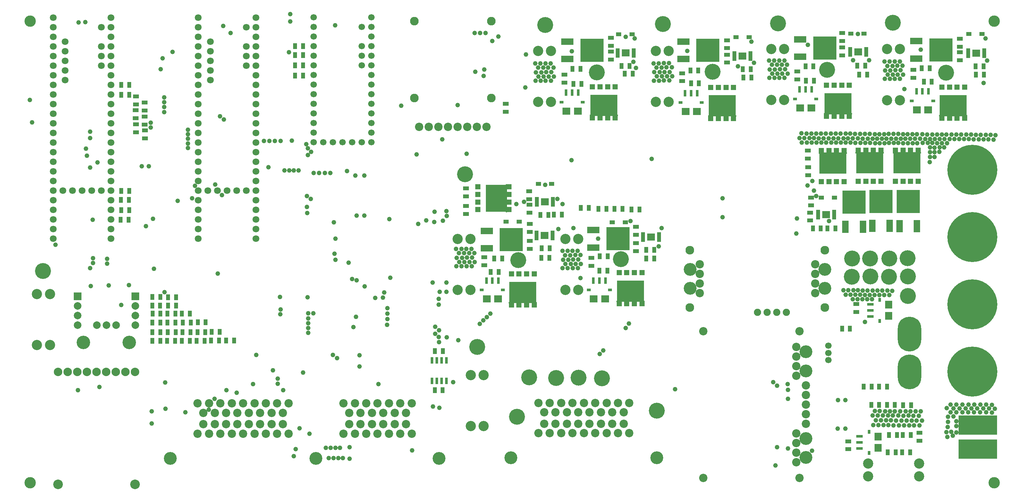
<source format=gbr>
%TF.GenerationSoftware,Novarm,DipTrace,3.3.1.1*%
%TF.CreationDate,2019-12-04T09:18:12-05:00*%
%FSLAX35Y35*%
%MOMM*%
%TF.FileFunction,Soldermask,Top*%
%TF.Part,Single*%
%ADD22C,2.0*%
%ADD23C,3.0*%
%ADD44C,1.7*%
%ADD73C,3.4*%
%ADD74C,2.2*%
%ADD75C,2.3*%
%ADD76C,2.54*%
%ADD77C,3.556*%
%ADD78C,2.29*%
%ADD85C,2.24*%
%ADD88C,1.216*%
%ADD90R,3.2X1.8*%
%ADD92R,1.35X1.0*%
%ADD94R,2.08X1.88*%
%ADD96R,1.089X0.505*%
%ADD98R,2.0X1.9*%
%ADD100R,1.1X0.8*%
%ADD102R,0.7X1.8*%
%ADD104R,6.2X6.2*%
%ADD106R,1.8X3.2*%
%ADD108R,0.38X0.325*%
%ADD110R,5.7X7.2*%
%ADD112R,1.35X1.45*%
%ADD114R,1.48X1.45*%
%ADD116R,0.325X0.38*%
%ADD118R,7.2X5.7*%
%ADD120R,1.45X1.35*%
%ADD122R,1.45X1.48*%
%ADD124C,1.7*%
%ADD126R,0.75X1.7*%
%ADD129R,2.0X2.0*%
%ADD132C,1.9*%
%ADD134C,2.2*%
%ADD136C,3.4*%
%ADD139R,1.0X1.5*%
%ADD142C,0.8*%
%ADD144O,6.2X9.2*%
%ADD146R,1.9X2.0*%
%ADD148R,0.8X1.1*%
%ADD150R,1.8X0.7*%
%ADD152R,1.5X1.0*%
%ADD154C,2.7*%
%ADD156C,1.8*%
%ADD158C,4.2*%
%ADD160R,10.2X5.2*%
%ADD162C,13.2*%
G75*
G01*
%LPD*%
D88*
X25153703Y9879893D3*
X25157403Y10013430D3*
Y10138030D3*
X12397770Y8455843D3*
X11861013Y8340753D3*
X14444573Y8826773D3*
X14241523Y8769240D3*
X15320213Y8906047D3*
X15453697Y8767477D3*
X23255483Y13265937D3*
X23551410Y12568837D3*
X17328210Y12527537D3*
X17365077Y13145380D3*
X20441507Y13063637D3*
X20510880Y12500177D3*
X15741723Y8134233D3*
X16395203Y7852457D3*
X17252770Y8318577D3*
X17995423Y7654100D3*
X21932500Y12977917D3*
X23123973Y12574343D3*
X15706117Y12808020D3*
X17397803Y12365150D3*
X18754100Y12816880D3*
X20085040Y12412200D3*
X24913537Y12846623D3*
X26574217Y11968323D3*
X26667143Y12558853D3*
X26622180Y13149383D3*
X22875970Y6490407D3*
X23004050Y6487680D3*
X23132130D3*
X23255633Y6489533D3*
X23383713Y6486810D3*
X23511793D3*
X23640743Y6485940D3*
X23768823Y6483217D3*
X23896903D3*
X22931347Y6372353D3*
X23059427Y6369630D3*
X23187507D3*
X23311007Y6371483D3*
X23439087Y6368760D3*
X23567167D3*
X23696117Y6367887D3*
X23824197Y6365163D3*
X23952277D3*
X24032177Y6484197D3*
X24082100Y6363420D3*
X24159273Y6474280D3*
X26790237Y3260463D3*
X23117523Y6254307D3*
X23245603D3*
X23369103Y6256160D3*
X23497183Y6253437D3*
X23625263D3*
X26637537Y3264453D3*
X26481933Y3264093D3*
X23663110Y2927073D3*
X23793687D3*
X23931517Y2923447D3*
X24062093D3*
X24192670Y2919820D3*
X24334127D3*
X24475583Y2916193D3*
X24605800Y2920180D3*
X24736377Y2916553D3*
X24877833D3*
X26321977Y3264453D3*
X26169277Y3268443D3*
X26013673Y3268083D3*
X23731663Y3054383D3*
X23862240D3*
X24000070Y3050757D3*
X24130647D3*
X24261223Y3047130D3*
X24402680D3*
X24544137Y3043503D3*
X24674353Y3047490D3*
X24804930Y3043863D3*
X24946387D3*
X25853357Y3265180D3*
X25697753Y3264820D3*
X26873300Y3362387D3*
X23647877Y3185320D3*
X23778453D3*
X23916283Y3181693D3*
X24046860D3*
X24177437Y3178067D3*
X24318893D3*
X24460350Y3174440D3*
X24590567Y3178427D3*
X24721143Y3174800D3*
X24862600D3*
X26720600Y3366377D3*
X26564997Y3366017D3*
X26405040Y3366377D3*
X23701923Y3298123D3*
X23832500D3*
X23970330Y3294497D3*
X24100907D3*
X24231483Y3290870D3*
X24372940D3*
X24514397Y3287243D3*
X24644613Y3291230D3*
X24775190Y3287603D3*
X24916647D3*
X26252340Y3370367D3*
X26096737Y3370007D3*
X25936420Y3367100D3*
X25780817Y3366740D3*
X26793143Y3464307D3*
X26640443Y3468297D3*
X26484840Y3467937D3*
X26324883Y3468297D3*
X26172183Y3472287D3*
X26016580Y3471927D3*
X25856263Y3469020D3*
X25700660Y3468660D3*
X25773923Y3156003D3*
X25853360Y3033043D3*
X25602727Y3377980D3*
X25629560Y3148027D3*
Y3010197D3*
X25629200Y2874467D3*
X25850093Y2898480D3*
X25856207Y2732773D3*
X25719753Y2752230D3*
X25763650Y2644223D3*
X25619763Y2611250D3*
X25592787Y2740147D3*
X25158940Y10266953D3*
X21927287Y9257230D3*
X25274647Y10010163D3*
X25276810Y10136923D3*
X25278350Y10263060D3*
X25606987Y10379417D3*
X25401120Y10146780D3*
X25410350Y10267677D3*
X25471333Y10379417D3*
X25535863Y10267963D3*
X25347650Y10379417D3*
X25219973Y10383407D3*
X25096290D3*
X24964627D3*
X22091433Y9123430D3*
X22050170Y9380117D3*
X26890013Y10593690D3*
X26758350Y10597680D3*
X24823557Y10378670D3*
X24699873D3*
X24576187D3*
X24452503D3*
X24324827Y10382660D3*
X24201143D3*
X24077460D3*
X23957763Y10378670D3*
X23830090D3*
X23710393D3*
X23578730Y10382660D3*
X23451057D3*
X23319390Y10386650D3*
X23187727D3*
X23060053Y10390640D3*
X22936367D3*
X22804703D3*
X22677030D3*
X22549353D3*
X22413700D3*
X22290017D3*
X22162340Y10394630D3*
X22038657D3*
X21906993D3*
X21775327Y10398620D3*
X24757907Y10496187D3*
X24634223D3*
X24510537D3*
X24386853D3*
X24259177Y10500177D3*
X24135493D3*
X24011810D3*
X23892113Y10496187D3*
X23764440D3*
X23644743D3*
X23513080Y10500177D3*
X23385407D3*
X23253740Y10504167D3*
X23122077D3*
X22994403Y10508157D3*
X22870717D3*
X22739053D3*
X22611380D3*
X22483703D3*
X22348050D3*
X22224367D3*
X22096690Y10512147D3*
X21973007D3*
X21841343D3*
X21709677Y10516137D3*
X24815943Y10617693D3*
X24692260D3*
X24568573D3*
X24444890D3*
X24317213Y10621683D3*
X24193530D3*
X24069847D3*
X23950150Y10617693D3*
X23822477D3*
X23702780D3*
X23571117Y10621683D3*
X23443443D3*
X23311777Y10625673D3*
X23180113D3*
X23052440Y10629663D3*
X22928753D3*
X22797090D3*
X22669417D3*
X22541740D3*
X22406087D3*
X22282403D3*
X22154727Y10633653D3*
X22031043D3*
X21899380D3*
X21767713Y10637643D3*
X22152540Y8984963D3*
X23436800Y5655567D3*
X12033290Y3418677D3*
X12203473Y3388177D3*
X8778683Y2699210D3*
X8358773Y2109703D3*
X10595603Y4010503D3*
X5502947Y3264100D3*
X8410183Y2294110D3*
X26834640Y10474657D3*
X26702977Y10478647D3*
X26575303D3*
X26443637Y10482637D3*
X26311973D3*
X26184300Y10486627D3*
X26060613D3*
X25928950D3*
X25801277D3*
X25673600D3*
X25537947D3*
X25414263D3*
X25286587Y10490617D3*
X25162903D3*
X25031240D3*
X24899573Y10494607D3*
X26630677Y10597680D3*
X26499010Y10601670D3*
X26367347D3*
X26239673Y10605660D3*
X26115987D3*
X25984323D3*
X25856650D3*
X25728973D3*
X25593320D3*
X25469637D3*
X25341960Y10609650D3*
X25218277D3*
X25086613D3*
X24954947Y10613640D3*
X8509997Y2838603D3*
X11606347Y10081770D3*
X8266237Y13788060D3*
Y13594610D3*
X6500270Y13477847D3*
X6695980Y13289567D3*
X2680247Y13568853D3*
X2854277Y13574997D3*
X4614457Y3291997D3*
X4611490Y2965897D3*
X9832910Y2347157D3*
X9833797Y2038990D3*
X2876217Y10237453D3*
X2897783Y10044950D3*
X4949497Y6444617D3*
X14739920Y12484847D3*
X14876173D3*
X15006363Y12488437D3*
X15142617D3*
X14813130Y12372000D3*
X14949383D3*
X15079573Y12375590D3*
X15215827D3*
X14757517Y12251720D3*
X14893770D3*
X15023960Y12255310D3*
X15160213D3*
X14823293Y12138873D3*
X14959547D3*
X15089737Y12142463D3*
X15225990D3*
X14745383Y12026027D3*
X14881637D3*
X15011827Y12029617D3*
X15148080D3*
X17864050Y12489607D3*
X18000303D3*
X18130493Y12493197D3*
X18266747D3*
X17937260Y12376760D3*
X18073513D3*
X18203703Y12380350D3*
X18339957D3*
X17881647Y12256480D3*
X18017900D3*
X18148090Y12260070D3*
X18284343D3*
X17947423Y12143633D3*
X18083677D3*
X18213867Y12147223D3*
X18350120D3*
X17869513Y12030787D3*
X18005767D3*
X18135957Y12034377D3*
X18272210D3*
X20910357Y12560897D3*
X21046610D3*
X21176800Y12564487D3*
X21313053D3*
X20983567Y12448050D3*
X21119820D3*
X21250010Y12451640D3*
X21386263D3*
X20927953Y12327770D3*
X21064207D3*
X21194397Y12331360D3*
X21330650D3*
X20993730Y12214923D3*
X21129983D3*
X21260173Y12218513D3*
X21396427D3*
X20915820Y12102077D3*
X21052073D3*
X21182263Y12105667D3*
X21318517D3*
X23958170Y12535147D3*
X24094423D3*
X24224613Y12538737D3*
X24360867D3*
X24031380Y12422300D3*
X24167633D3*
X24297823Y12425890D3*
X24434077D3*
X23975767Y12302020D3*
X24112020D3*
X24242210Y12305610D3*
X24378463D3*
X24041543Y12189173D3*
X24177797D3*
X24307987Y12192763D3*
X24444240D3*
X23963633Y12076327D3*
X24099887D3*
X24230077Y12079917D3*
X24366330D3*
X12649277Y7583160D3*
X12785530D3*
X12915720Y7586750D3*
X13051973D3*
X12722487Y7470313D3*
X12858740D3*
X12988930Y7473903D3*
X13125183D3*
X12666873Y7350033D3*
X12803127D3*
X12933317Y7353623D3*
X13069570D3*
X12732650Y7237187D3*
X12868903D3*
X12999093Y7240777D3*
X13135347D3*
X12654740Y7124340D3*
X12790993D3*
X12921183Y7127930D3*
X13057437D3*
X15453470Y7530997D3*
X15589723D3*
X15719913Y7534587D3*
X15856167D3*
X15526680Y7418150D3*
X15662933D3*
X15793123Y7421740D3*
X15929377D3*
X15471067Y7297870D3*
X15607320D3*
X15737510Y7301460D3*
X15873763D3*
X15536843Y7185023D3*
X15673097D3*
X15803287Y7188613D3*
X15939540D3*
X15458933Y7072177D3*
X15595187D3*
X15725377Y7075767D3*
X15861630D3*
X7283850Y4011097D3*
X7810727Y4374307D3*
X1450617Y10928957D3*
X1396690Y11520340D3*
X7369197Y4778753D3*
X6584010Y3848143D3*
X6851070Y3780013D3*
X3231067Y3933283D3*
X2665607Y3849750D3*
X6121747Y3330853D3*
X6268613Y3622750D3*
X3004130Y6603017D3*
X2982530Y7080063D3*
X4977103Y3360767D3*
X4970033Y4053453D3*
X3809960Y6103930D3*
X9285750Y2058367D3*
X9409070D3*
X9536020D3*
X9659343D3*
X9210680Y2325410D3*
X9334000D3*
X9460950D3*
X9584273D3*
X8112760Y9662220D3*
X8240897Y9661117D3*
X8363800Y9657393D3*
X8486993Y9658907D3*
X2067327Y7695830D3*
X3056540Y8357760D3*
X8610073Y4316677D3*
X9768440Y9638557D3*
X8081540Y3852520D3*
X4667903Y7060693D3*
X4455370Y8184990D3*
X9504363Y4694933D3*
X9392690Y4778867D3*
X4848420Y12329880D3*
X7939917Y4022920D3*
X7937163Y4157073D3*
X4007207Y6629093D3*
X3476627Y6622200D3*
X10098577Y4480143D3*
X10097337Y4771277D3*
X8741013Y5365220D3*
Y5495567D3*
Y5622650D3*
Y5749523D3*
X12194467Y5119917D3*
X12706920Y5167580D3*
X3060607Y7336243D3*
Y7207350D3*
X4941947Y11586193D3*
Y11463307D3*
Y11331643D3*
Y11199980D3*
X3438167Y7322483D3*
Y7196587D3*
X8007517Y5859670D3*
X8010900Y5982567D3*
X8745673Y5878497D3*
X8879810Y5878133D3*
X12192793Y5251453D3*
X12396590Y5251340D3*
X4895940Y12621837D3*
X9940393Y5519297D3*
X12092027Y5340143D3*
X12566840Y4063523D3*
X5566927Y10736687D3*
Y10611280D3*
Y10492580D3*
X5566563Y10368563D3*
Y10247020D3*
X2988883Y10684463D3*
Y10512907D3*
X4584757Y10923843D3*
Y10792187D3*
X2986440Y9736090D3*
X3182057Y9867500D3*
X4348087Y9768583D3*
X4530937Y9765583D3*
X5294930Y8853943D3*
X4643717Y8381343D3*
X5158833Y12791343D3*
X9454167Y13491027D3*
X9984610Y9523233D3*
X10221683Y9520507D3*
X11200843Y11365157D3*
X12688597Y11382713D3*
X22491807Y8323077D3*
X21643373Y8384227D3*
X21625147Y7992943D3*
X11487407Y2254863D3*
X13272653Y5600077D3*
X13364977Y5692400D3*
X13460597Y5781427D3*
X13549623Y5870453D3*
X19678910Y8426290D3*
X19685740Y8923430D3*
X21409997Y2310363D3*
X21119907Y2343030D3*
X8885343Y9591553D3*
X9030170Y9586723D3*
X9179823D3*
X9324647D3*
X8730577Y10065850D3*
X8737930Y10239350D3*
X8687680Y10351720D3*
X8822350Y10149770D3*
X7571247Y10438640D3*
X7716073Y10433810D3*
X7865727D3*
X8010550D3*
X10827307Y5581420D3*
X10832137Y5726247D3*
Y5875900D3*
Y6020723D3*
X12389197Y6447553D3*
X12212070Y6448003D3*
X7689240Y9746523D3*
X10512757Y6291627D3*
X10717847Y6294717D3*
X16441733Y4803597D3*
X21077337Y1862610D3*
X22040497Y2250843D3*
X22718997Y2837973D3*
X22922037Y2836280D3*
X22922957Y3587527D3*
X22729180Y3589790D3*
X10000520Y5786233D3*
X12197947Y5432347D3*
X16534603Y4903603D3*
X21408097Y3625563D3*
X18424463Y3875083D3*
X21399560Y4013090D3*
X21408097Y3854817D3*
X6516443Y11008573D3*
X6467037Y9002780D3*
X8000280Y6315607D3*
X8724600Y6303923D3*
X12092320Y5525253D3*
X17122720Y5491620D3*
X21119197Y3965510D3*
X9903043Y6791597D3*
X12188507Y6113463D3*
X17209747Y5607420D3*
X21016753Y4065107D3*
X12922483Y10102307D3*
X9459257Y7854883D3*
X11650950Y8245910D3*
X12066113Y8294187D3*
X12297837Y8332807D3*
X14477430Y11847357D3*
X15002750Y9277850D3*
X12394390Y6694053D3*
X12023903Y6699023D3*
X9458323Y7295930D3*
X15927557Y6815227D3*
X10910880Y6819370D3*
X9433377Y7459663D3*
X15343953Y8112373D3*
X10748600Y6428727D3*
X10234013Y6596417D3*
X10021703Y6757763D3*
X5751413Y9251480D3*
X5681647Y8922517D3*
X15697147Y9927367D3*
X10880753Y8367410D3*
X9422843Y8285343D3*
X8814577Y8908093D3*
X8713200Y8530467D3*
X8705040Y8692240D3*
X8707763Y8978367D3*
X10018280Y8466000D3*
X10223943Y8467800D3*
X12079010Y8569387D3*
X12395360Y8585330D3*
X24478560Y11807577D3*
X6414937Y11091007D3*
X6283537Y9284023D3*
X6353820Y6931330D3*
X9807300Y7216590D3*
X12188790Y6260013D3*
X18068690Y8134720D3*
X17814430Y9963730D3*
X12281603Y10477550D3*
X8312190Y10444547D3*
X8234457Y12783450D3*
X13600863Y13076840D3*
X13764370Y13194987D3*
X14488693Y12722013D3*
X17120643Y13187537D3*
X13132643Y13293117D3*
X13282320Y13294340D3*
X13425950D3*
X13375093Y12152513D3*
X13152380Y12266533D3*
X13393043Y12323483D3*
D23*
X1400000Y1400000D3*
X26850000Y13600000D3*
X1400000D3*
X26850000Y1400000D3*
D74*
X5825017Y3499237D3*
X6125017D3*
X6425017D3*
X6725017D3*
X7025017D3*
X7325017D3*
X7625017D3*
X7925017D3*
X8225017D3*
X5975017Y3249237D3*
X6275017D3*
X6575017D3*
X6875017D3*
X7175017D3*
X7475017D3*
X7775017D3*
X8075017D3*
X5975017Y2949237D3*
X6275017D3*
X6575017D3*
X6875017D3*
X7175017D3*
X7475017D3*
X7775017D3*
X8075017D3*
X5825017Y2699237D3*
X6125017D3*
X6425017D3*
X6725017D3*
X7025017D3*
X7325017D3*
X7625017D3*
X7925017D3*
X8225017D3*
X9675017Y3499237D3*
X9975017D3*
X10275017D3*
X10575017D3*
X10875017D3*
X11175017D3*
X11475017D3*
X9825017Y3249237D3*
X10125017D3*
X10425017D3*
X10725017D3*
X11025017D3*
X11325017D3*
X9825017Y2949237D3*
X10125017D3*
X10425017D3*
X10725017D3*
X11025017D3*
X11325017D3*
X9675017Y2699237D3*
X9975017D3*
X10275017D3*
X10575017D3*
X10875017D3*
X11175017D3*
X11475017D3*
D73*
X5100017Y2049237D3*
X8950017D3*
X12200017D3*
D74*
X14821270Y3513323D3*
X15121270D3*
X15421270D3*
X15721270D3*
X16021270D3*
X16321270D3*
X16621270D3*
X16921270D3*
X17221270D3*
X14971270Y3263323D3*
X15271270D3*
X15571270D3*
X15871270D3*
X16171270D3*
X16471270D3*
X16771270D3*
X17071270D3*
X14971270Y2963323D3*
X15271270D3*
X15571270D3*
X15871270D3*
X16171270D3*
X16471270D3*
X16771270D3*
X17071270D3*
X14821270Y2713323D3*
X15121270D3*
X15421270D3*
X15721270D3*
X16021270D3*
X16321270D3*
X16621270D3*
X16921270D3*
X17221270D3*
D73*
X14096270Y2063323D3*
X17946270D3*
D162*
X26279037Y4339913D3*
Y6117910D3*
Y7895913D3*
Y9673913D3*
D160*
X26421037Y2927913D3*
Y2292910D3*
D158*
X14286900Y7286720D3*
X16994603Y7313273D3*
X16363127Y12251073D3*
X19416423Y12263513D3*
X25578780Y12242373D3*
X22439870Y12320277D3*
X1743837Y7002403D3*
X13208810Y4989607D3*
X23091970Y6849220D3*
X21145400Y13547670D3*
X14998227Y13498893D3*
X18108213Y13530597D3*
X24176507Y13558677D3*
X12883523Y9554863D3*
X23098750Y7332267D3*
X23579810Y7333260D3*
X23586590Y6852200D3*
X24078407Y6850213D3*
X24085187Y7333260D3*
X24566247Y7334253D3*
X24573027Y6853193D3*
X24578077Y6341237D3*
X15883503Y4178827D3*
X16499047Y4160237D3*
X15290463Y4175483D3*
X17942120Y3310210D3*
X14250523Y3146567D3*
X14575057Y4186607D3*
D156*
X2008737Y13189420D3*
Y12935420D3*
Y12681420D3*
Y12427420D3*
Y12173420D3*
Y11919420D3*
Y11665420D3*
Y11411420D3*
Y11157420D3*
Y10903420D3*
Y10649420D3*
Y10395420D3*
X3532737D3*
Y10649420D3*
Y10903420D3*
Y11157420D3*
Y11411420D3*
Y11665420D3*
Y11919420D3*
Y12173420D3*
Y12427420D3*
Y12681420D3*
Y12935420D3*
X2008737Y13443420D3*
X3532737Y13189420D3*
Y13443420D3*
X2008737Y13697420D3*
X3532737D3*
X2008737Y10141420D3*
X3532737D3*
X2008737Y9887420D3*
Y9633420D3*
Y9379420D3*
Y9125420D3*
Y8871420D3*
Y8617420D3*
Y8363420D3*
Y8109420D3*
Y7855420D3*
X3532737D3*
Y8109420D3*
Y8363420D3*
Y8617420D3*
Y8871420D3*
Y9125420D3*
Y9379420D3*
Y9633420D3*
Y9887420D3*
X2262737Y9125420D3*
X2770737D3*
X3024737D3*
X2516737D3*
X3278737D3*
Y13443420D3*
Y12935420D3*
Y12681420D3*
Y12427420D3*
X2326237Y13062420D3*
Y12808420D3*
Y12554420D3*
Y12300420D3*
Y12046420D3*
D154*
X1923770Y6391250D3*
X1583770D3*
X1923770Y5044250D3*
X1583770D3*
X13032760Y2898270D3*
X13372760D3*
X13032760Y4245270D3*
X13372760D3*
D152*
X4426710Y11242337D3*
Y11452337D3*
X4428143Y10873003D3*
Y11083003D3*
X4436963Y10505237D3*
Y10715237D3*
X4191900Y11403437D3*
Y11613437D3*
X4191127Y11039670D3*
Y11249670D3*
X4195693Y10667827D3*
Y10877827D3*
D150*
X23299657Y2633180D3*
Y2473180D3*
Y2313180D3*
D148*
X23549657Y2753180D3*
Y2193180D3*
D146*
X23784657Y2623180D3*
Y2323180D3*
D154*
X24868347Y1573053D3*
Y1913053D3*
X23521347Y1573053D3*
Y1913053D3*
D152*
X23003667Y2289300D3*
Y2499300D3*
D144*
X24615007Y5333410D3*
Y4333410D3*
D142*
X24742850Y5016893D3*
X24488850D3*
X24740697Y4017450D3*
X24488850Y5651893D3*
X24742850D3*
X24486697Y4017450D3*
X24806350Y5143893D3*
Y5270893D3*
Y5397893D3*
Y5524893D3*
X24425350Y5143893D3*
Y5270893D3*
Y5397893D3*
Y5524893D3*
X24486697Y4652450D3*
X24740697D3*
X24804197Y4144450D3*
Y4271450D3*
Y4398450D3*
Y4525450D3*
X24423197Y4144450D3*
Y4271450D3*
Y4398450D3*
Y4525450D3*
D44*
X22475007Y5024410D3*
Y4833410D3*
Y4642410D3*
D139*
X24043610Y2205233D3*
X24253610D3*
X24424237Y2208027D3*
X24634237D3*
D152*
X24879897Y2510433D3*
Y2720433D3*
D139*
X24439757Y2663550D3*
X24649757D3*
X24289663Y2663003D3*
X24079663D3*
X22835493Y5471813D3*
X23045493D3*
X23606903Y3462980D3*
X23816903D3*
X24022287Y3457423D3*
X24232287D3*
X24445860Y3453920D3*
X24655860D3*
X23816523Y3942247D3*
X24026523D3*
X23409823Y3942620D3*
X23619823D3*
D73*
X21883603Y2068167D3*
Y2568167D3*
Y4362167D3*
Y4862167D3*
D74*
X21629603Y1941167D3*
Y2195167D3*
Y2449167D3*
Y2703167D3*
X21883603Y2957167D3*
Y3211167D3*
Y3465167D3*
Y3719167D3*
Y3973167D3*
X21629603Y4227167D3*
Y4481167D3*
Y4735167D3*
Y4989167D3*
X19177603Y5406167D3*
Y1526167D3*
X21717603D3*
Y5406167D3*
D136*
X22378570Y6540260D3*
Y7040260D3*
D134*
X22124570Y6413260D3*
Y6667260D3*
Y6921260D3*
Y7175260D3*
D136*
X18822570Y6540260D3*
Y7040260D3*
D134*
X19076570Y6413260D3*
Y6667260D3*
Y6921260D3*
Y7175260D3*
D132*
X21362570Y5905260D3*
X21108570D3*
X20854570D3*
X20600570D3*
D75*
X22378570Y6032260D3*
X18818570D3*
X22378570Y7552260D3*
X18818570D3*
D152*
X13956077Y11420267D3*
Y11210267D3*
D85*
X4168133Y4332133D3*
X3914133D3*
X3660133D3*
X3406133D3*
X3152133D3*
X2898133D3*
X2644133D3*
X2390133D3*
X2136133D3*
D76*
X4168133Y1363053D3*
X2136133D3*
D129*
X2651470Y6329507D3*
D22*
Y6075507D3*
Y5821507D3*
Y5567507D3*
X3159470D3*
X3413470D3*
X3667470D3*
X4175470D3*
Y5821507D3*
Y6075507D3*
D129*
Y6329507D3*
D77*
X2803363Y5107513D3*
X4017737D3*
D126*
X12395483Y4633917D3*
X12268483D3*
X12141483D3*
X12014483D3*
Y4093917D3*
X12141483D3*
X12268483D3*
X12395483D3*
D139*
X12087087Y4879743D3*
X12297087D3*
X12293903Y3852820D3*
X12083903D3*
X4630173Y6310417D3*
X4840173D3*
X5046567Y6303997D3*
X5256567D3*
X4624457Y6088193D3*
X4834457D3*
X5043313Y6087237D3*
X5253313D3*
X4633633Y5871363D3*
X4843633D3*
X5027577Y5875253D3*
X5237577D3*
X5408733Y5874773D3*
X5618733D3*
X4627217Y5636133D3*
X4837217D3*
X5025170Y5636187D3*
X5235170D3*
X5430123Y5633203D3*
X5640123D3*
X5826760Y5641583D3*
X6036760D3*
X4629930Y5381533D3*
X4839930D3*
X5032213Y5381297D3*
X5242213D3*
X5423327Y5385867D3*
X5633327D3*
X5817883Y5383610D3*
X6027883D3*
X6194317Y5388090D3*
X6404317D3*
X4630683Y5151263D3*
X4840683D3*
X5020547Y5154617D3*
X5230547D3*
X5409477Y5155250D3*
X5619477D3*
X5799070Y5154563D3*
X6009070D3*
X6175800Y5158747D3*
X6385800D3*
X6575777Y5158710D3*
X6785777D3*
X8394913Y12703070D3*
X8604913D3*
X8399680Y12432233D3*
X8609680D3*
X8399133Y12161400D3*
X8609133D3*
D74*
X11670260Y10805740D3*
X11924260D3*
X12178260D3*
X12432260D3*
X12686260D3*
X12940260D3*
X13194260D3*
X13448260D3*
D78*
X13575260Y13599740D3*
X11543260D3*
Y11567740D3*
X13575260D3*
D139*
X4017213Y11658293D3*
X3807213D3*
X4020450Y11916873D3*
X3810450D3*
X4001263Y8352093D3*
X3791263D3*
X4015807Y8609770D3*
X3805807D3*
D124*
X10410417Y13702253D3*
Y13448253D3*
Y13194253D3*
Y12940253D3*
Y12686253D3*
Y12432253D3*
Y12178253D3*
Y11924253D3*
Y11670253D3*
Y11416253D3*
Y11162253D3*
Y10908253D3*
Y10654253D3*
X9140417Y10400253D3*
X10410417D3*
X10156417D3*
X9902417D3*
X9648417D3*
X9394417D3*
X8886417D3*
Y10654253D3*
Y10908253D3*
Y11162253D3*
Y11416253D3*
Y11670253D3*
Y11924253D3*
Y12178253D3*
Y12432253D3*
Y12686253D3*
Y12940253D3*
Y13194253D3*
Y13448253D3*
X10156417D3*
Y12940253D3*
Y12686253D3*
Y12432253D3*
X8886417Y13702253D3*
D139*
X8397803Y12944970D3*
X8607803D3*
D150*
X23584443Y6121697D3*
Y5961697D3*
Y5801697D3*
D148*
X23834443Y6241697D3*
Y5681697D3*
D146*
X24069443Y6111697D3*
Y5811697D3*
D152*
X23214210Y5917707D3*
Y6127707D3*
D122*
X22291023Y9364150D3*
X22491023D3*
X22691023D3*
X22891023D3*
D120*
Y10185650D3*
X22691023D3*
X22491023D3*
X22291023D3*
D118*
X22591023Y9853160D3*
D116*
X22234723Y10119150D3*
X22947323D3*
D114*
X13220457Y9224073D3*
Y9024073D3*
Y8824073D3*
Y8624073D3*
D112*
X14041957D3*
Y8824073D3*
Y9024073D3*
Y9224073D3*
D110*
X13709467Y8924073D3*
D108*
X13975457Y9280373D3*
Y8567773D3*
D122*
X14709177Y6920643D3*
X14509177D3*
X14309177D3*
X14109177D3*
D120*
Y6099143D3*
X14309177D3*
X14509177D3*
X14709177D3*
D118*
X14409177Y6431633D3*
D116*
X14765477Y6165643D3*
X14052877D3*
D122*
X17552450Y6954193D3*
X17352450D3*
X17152450D3*
X16952450D3*
D120*
Y6132693D3*
X17152450D3*
X17352450D3*
X17552450D3*
D118*
X17252450Y6465183D3*
D116*
X17608750Y6199193D3*
X16896150D3*
D154*
X12689560Y6500047D3*
X13029560D3*
X12689560Y7847047D3*
X13029560D3*
X15535340Y6496367D3*
X15875340D3*
X15535340Y7843367D3*
X15875340D3*
D122*
X23263893Y9372677D3*
X23463893D3*
X23663893D3*
X23863893D3*
D120*
Y10194177D3*
X23663893D3*
X23463893D3*
X23263893D3*
D118*
X23563893Y9861687D3*
D116*
X23207593Y10127677D3*
X23920193D3*
D122*
X24246900Y9372647D3*
X24446900D3*
X24646900D3*
X24846900D3*
D120*
Y10194147D3*
X24646900D3*
X24446900D3*
X24246900D3*
D118*
X24546900Y9861657D3*
D116*
X24190600Y10127647D3*
X24903200D3*
D139*
X3806653Y9116070D3*
X4016653D3*
X3800263Y8877413D3*
X4010263D3*
D106*
X22926880Y8171643D3*
X23386880D3*
D104*
X23156880Y8821643D3*
D152*
X13391557Y7153760D3*
Y7363817D3*
D139*
X13864607Y7333587D3*
X13654607D3*
D152*
X16221810Y7137803D3*
Y7347860D3*
D139*
X16652170Y7387367D3*
X16442170D3*
D152*
X21936413Y10182797D3*
Y9972740D3*
X21939083Y9531220D3*
Y9741220D3*
D102*
X13765900Y6745997D3*
X13605900D3*
X13445900D3*
D100*
X13885900Y6495997D3*
X13325900D3*
D98*
X13755900Y6260997D3*
X13455900D3*
D154*
X14809810Y11469587D3*
X15149810D3*
X14809810Y12816587D3*
X15149810D3*
D96*
X14780790Y8829023D3*
Y8879023D3*
Y8779023D3*
Y8729023D3*
X15201890Y8829023D3*
Y8779023D3*
Y8729023D3*
Y8879023D3*
Y8929023D3*
X14780790D3*
D94*
X14991340Y8829023D3*
D102*
X15869793Y11713323D3*
X15709793D3*
X15549793D3*
D100*
X15989793Y11463323D3*
X15429793D3*
D98*
X15859793Y11228323D3*
X15559793D3*
D152*
X14578953Y8894987D3*
Y9104987D3*
D92*
X14821173Y9302647D3*
X15171173D3*
D152*
X14582530Y8542953D3*
Y8752953D3*
D139*
X14869967Y8483007D3*
X15079967D3*
X15225993Y8488954D3*
X15435993D3*
X16148543Y8663457D3*
X15938543D3*
X16404763Y8644493D3*
X16614763D3*
X17039450Y8641207D3*
X16829450D3*
X17274567Y8627960D3*
X17484567D3*
D96*
X14769220Y7937350D3*
Y7987350D3*
Y7887350D3*
Y7837350D3*
X15190320Y7937350D3*
Y7887350D3*
Y7837350D3*
Y7987350D3*
Y8037350D3*
X14769220D3*
D94*
X14979770Y7937350D3*
D139*
X13562660Y6977600D3*
X13772660D3*
D152*
X15504467Y11975780D3*
Y12185837D3*
X14594060Y8034567D3*
Y8244567D3*
D92*
X13964167Y8306657D3*
X14314167D3*
D152*
X14591860Y7586237D3*
Y7796237D3*
D139*
X14898940Y7348090D3*
X15108940D3*
X14905940Y7603531D3*
X15115940D3*
D90*
X13454800Y8059080D3*
Y7599080D3*
D104*
X14104800Y7829080D3*
D96*
X16914270Y12761923D3*
Y12811923D3*
Y12711923D3*
Y12661923D3*
X17335370Y12761923D3*
Y12711923D3*
Y12661923D3*
Y12811923D3*
Y12861923D3*
X16914270D3*
D94*
X17124820Y12761923D3*
D139*
X15742720Y11942883D3*
X15952720D3*
D102*
X16588773Y6749103D3*
X16428773D3*
X16268773D3*
D100*
X16708773Y6499103D3*
X16148773D3*
D98*
X16578773Y6264103D3*
X16278773D3*
D152*
X16736930Y12954060D3*
Y13164060D3*
D96*
X17585287Y7897217D3*
Y7947217D3*
Y7847217D3*
Y7797217D3*
X18006387Y7897217D3*
Y7847217D3*
Y7797217D3*
Y7947217D3*
Y7997217D3*
X17585287D3*
D94*
X17795837Y7897217D3*
D139*
X16431883Y7005507D3*
X16641883D3*
D152*
X17395403Y7958090D3*
Y8168090D3*
D92*
X16768410Y8285857D3*
X17118410D3*
D152*
X17394407Y7526147D3*
Y7736147D3*
D139*
X17668193Y7331837D3*
X17878193D3*
X17666313Y7559794D3*
X17876313D3*
D90*
X16272283Y8081440D3*
Y7621440D3*
D104*
X16922283Y7851440D3*
D92*
X16940973Y13256523D3*
X17290973D3*
D152*
X16738117Y12586280D3*
Y12796280D3*
D139*
X17309777Y12213767D3*
X17099777D3*
X17013003Y12415694D3*
X17223003D3*
D90*
X15585187Y13060787D3*
Y12600787D3*
D104*
X16235187Y12830787D3*
D156*
X5839567Y13190070D3*
Y12936070D3*
Y12682070D3*
Y12428070D3*
Y12174070D3*
Y11920070D3*
Y11666070D3*
Y11412070D3*
Y11158070D3*
Y10904070D3*
Y10650070D3*
Y10396070D3*
X7363567D3*
Y10650070D3*
Y10904070D3*
Y11158070D3*
Y11412070D3*
Y11666070D3*
Y11920070D3*
Y12174070D3*
Y12428070D3*
Y12682070D3*
Y12936070D3*
X5839567Y13444070D3*
X7363567Y13190070D3*
Y13444070D3*
X5839567Y13698070D3*
X7363567D3*
X5839567Y10142070D3*
X7363567D3*
X5839567Y9888070D3*
Y9634070D3*
Y9380070D3*
Y9126070D3*
Y8872070D3*
Y8618070D3*
Y8364070D3*
Y8110070D3*
Y7856070D3*
X7363567D3*
Y8110070D3*
Y8364070D3*
Y8618070D3*
Y8872070D3*
Y9126070D3*
Y9380070D3*
Y9634070D3*
Y9888070D3*
X6093567Y9126070D3*
X6601567D3*
X6855567D3*
X6347567D3*
X7109567D3*
Y13444070D3*
Y12936070D3*
Y12682070D3*
Y12428070D3*
X6157067Y13063070D3*
Y12809070D3*
Y12555070D3*
Y12301070D3*
Y12047070D3*
D122*
X16846350Y11865713D3*
X16646350D3*
X16446350D3*
X16246350D3*
D120*
Y11044213D3*
X16446350D3*
X16646350D3*
X16846350D3*
D118*
X16546350Y11376703D3*
D116*
X16902650Y11110713D3*
X16190050D3*
D139*
X15930100Y12339557D3*
X15720100D3*
D154*
X17920627Y11468057D3*
X18260627D3*
X17920627Y12815057D3*
X18260627D3*
D102*
X19013923Y11701913D3*
X18853923D3*
X18693923D3*
D100*
X19133923Y11451913D3*
X18573923D3*
D98*
X19003923Y11216913D3*
X18703923D3*
D152*
X18616590Y12017563D3*
Y12227620D3*
D96*
X19993703Y12682310D3*
Y12732310D3*
Y12632310D3*
Y12582310D3*
X20414803Y12682310D3*
Y12632310D3*
Y12582310D3*
Y12732310D3*
Y12782310D3*
X19993703D3*
D94*
X20204253Y12682310D3*
D139*
X18848657Y11957193D3*
X19058657D3*
D152*
X19796573Y12888827D3*
Y13098827D3*
D92*
X20035273Y13177960D3*
X20385273D3*
D152*
X19796407Y12508667D3*
Y12718667D3*
D106*
X24354500Y8186173D3*
X24814500D3*
D104*
X24584500Y8836173D3*
D139*
X20443350Y12115547D3*
X20233350D3*
D96*
X22207233Y8489733D3*
Y8539733D3*
Y8439733D3*
Y8389733D3*
X22628333Y8489733D3*
Y8439733D3*
Y8389733D3*
Y8539733D3*
Y8589733D3*
X22207233D3*
D94*
X22417783Y8489733D3*
D139*
X20217987Y12334131D3*
X20427987D3*
D152*
X22018317Y8731790D3*
Y8941790D3*
D92*
X22637570Y8941070D3*
X22287570D3*
D152*
X21995490Y8334813D3*
Y8544813D3*
D139*
X22066587Y8124703D3*
X22276587D3*
X22451153Y8123381D3*
X22661153D3*
D106*
X23633787Y8189573D3*
X24093787D3*
D104*
X23863787Y8839573D3*
D90*
X18645890Y13063763D3*
Y12603763D3*
D104*
X19295890Y12833763D3*
D154*
X24020837Y11515913D3*
X24360837D3*
X24020837Y12862913D3*
X24360837D3*
D122*
X19971750Y11855117D3*
X19771750D3*
X19571750D3*
X19371750D3*
D120*
Y11033617D3*
X19571750D3*
X19771750D3*
X19971750D3*
D118*
X19671750Y11366107D3*
D116*
X20028050Y11100117D3*
X19315450D3*
D139*
X19042327Y12299553D3*
X18832327D3*
D102*
X25120270Y11745953D3*
X24960270D3*
X24800270D3*
D100*
X25240270Y11495953D3*
X24680270D3*
D98*
X25110270Y11260953D3*
X24810270D3*
D152*
X24718613Y12108700D3*
Y12318757D3*
D96*
X26166460Y12755497D3*
Y12805497D3*
Y12705497D3*
Y12655497D3*
X26587560Y12755497D3*
Y12705497D3*
Y12655497D3*
Y12805497D3*
Y12855497D3*
X26166460D3*
D94*
X26377010Y12755497D3*
D139*
X24995463Y12001350D3*
X25205463D3*
D152*
X25944230Y12928633D3*
Y13138633D3*
D92*
X26184863Y13262480D3*
X26534863D3*
D152*
X25945160Y12574310D3*
Y12784310D3*
D139*
X26581167Y12186847D3*
X26371167D3*
X26359630Y12409414D3*
X26569630D3*
D90*
X24793660Y13075677D3*
Y12615677D3*
D104*
X25443660Y12845677D3*
D122*
X26071830Y11861717D3*
X25871830D3*
X25671830D3*
X25471830D3*
D120*
Y11040217D3*
X25671830D3*
X25871830D3*
X26071830D3*
D118*
X25771830Y11372707D3*
D116*
X26128130Y11106717D3*
X25415530D3*
D139*
X25152610Y12356370D3*
X24942610D3*
D154*
X20970133Y11519493D3*
X21310133D3*
X20970133Y12866493D3*
X21310133D3*
D102*
X22037460Y11797253D3*
X21877460D3*
X21717460D3*
D100*
X22157460Y11547253D3*
X21597460D3*
D98*
X22027460Y11312253D3*
X21727460D3*
D152*
X21654003Y12064807D3*
Y12274863D3*
D96*
X23053373Y12792780D3*
Y12842780D3*
Y12742780D3*
Y12692780D3*
X23474473Y12792780D3*
Y12742780D3*
Y12692780D3*
Y12842780D3*
Y12892780D3*
X23053373D3*
D94*
X23263923Y12792780D3*
D139*
X21880570Y12029893D3*
X22090570D3*
D152*
X22841657Y13079513D3*
Y13289513D3*
D92*
X23068823Y13272210D3*
X23418823D3*
D152*
X22837970Y12696370D3*
Y12906370D3*
D139*
X23496667Y12189083D3*
X23286667D3*
X23241570Y12429284D3*
X23451570D3*
D90*
X21730690Y13123020D3*
Y12663020D3*
D104*
X22380690Y12893020D3*
D122*
X23028233Y11912300D3*
X22828233D3*
X22628233D3*
X22428233D3*
D120*
Y11090800D3*
X22628233D3*
X22828233D3*
X23028233D3*
D118*
X22728233Y11423290D3*
D116*
X23084533Y11157300D3*
X22371933D3*
D139*
X22081180Y12406143D3*
X21871180D3*
D152*
X12904113Y9181593D3*
Y8971537D3*
X12909663Y8510590D3*
Y8720590D3*
M02*

</source>
